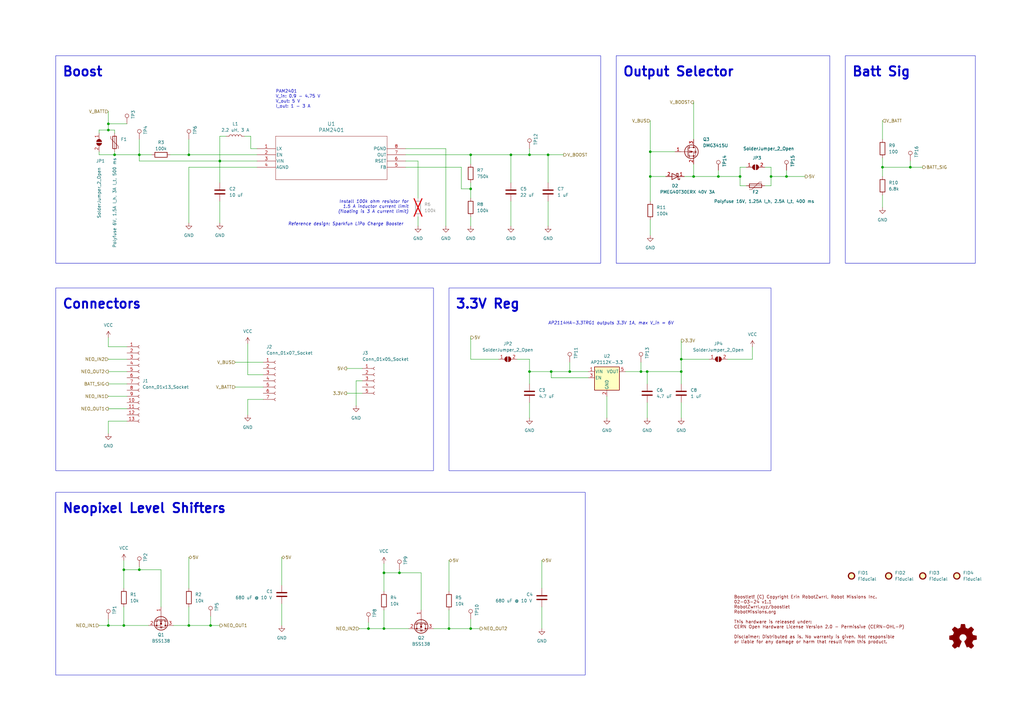
<source format=kicad_sch>
(kicad_sch (version 20230121) (generator eeschema)
  (paper "A3")
  (title_block (title "Boostlet!") (date "02-03-24") (rev "v1.1"))
  (lib_symbols
    (symbol "!EK_Library:PAM2401" (pin_names (offset 0.254))
      (property "Reference" "U" (at 22.86 5.08 0))
      (property "Value" "PAM2401" (at 22.86 2.54 0))
      (symbol "PAM2401_0_1"
        (pin unspecified line (at -7.62 -5.08 0) (length 7.62) (name "LX") (number "1"))
        (pin unspecified line (at -7.62 -7.62 0) (length 7.62) (name "EN") (number "2"))
        (pin input line (at -7.62 -10.16 0) (length 7.62) (name "VIN") (number "3"))
        (pin power_in line (at -7.62 -12.7 0) (length 7.62) (name "AGND") (number "4"))
        (pin unspecified line (at 53.34 -12.7 180) (length 7.62) (name "FB") (number "5"))
        (pin unspecified line (at 53.34 -10.16 180) (length 7.62) (name "RSET") (number "6"))
        (pin output line (at 53.34 -7.62 180) (length 7.62) (name "OUT") (number "7"))
        (pin power_in line (at 53.34 -5.08 180) (length 7.62) (name "PGND") (number "8"))
      )
    )
    (symbol "Connector:Conn_01x05_Socket" (pin_names (offset 1.016) hide)
      (property "Reference" "J" (at 0 7.62 0))
      (property "Value" "Conn_01x05_Socket" (at 0 -7.62 0))
      (symbol "Conn_01x05_Socket_1_1"
        (pin passive line (at -5.08 5.08 0) (length 3.81) (name "Pin_1") (number "1"))
        (pin passive line (at -5.08 2.54 0) (length 3.81) (name "Pin_2") (number "2"))
        (pin passive line (at -5.08 0 0) (length 3.81) (name "Pin_3") (number "3"))
        (pin passive line (at -5.08 -2.54 0) (length 3.81) (name "Pin_4") (number "4"))
        (pin passive line (at -5.08 -5.08 0) (length 3.81) (name "Pin_5") (number "5"))
      )
    )
    (symbol "Connector:Conn_01x07_Socket" (pin_names (offset 1.016) hide)
      (property "Reference" "J" (at 0 10.16 0))
      (property "Value" "Conn_01x07_Socket" (at 0 -10.16 0))
      (symbol "Conn_01x07_Socket_1_1"
        (pin passive line (at -5.08 7.62 0) (length 3.81) (name "Pin_1") (number "1"))
        (pin passive line (at -5.08 5.08 0) (length 3.81) (name "Pin_2") (number "2"))
        (pin passive line (at -5.08 2.54 0) (length 3.81) (name "Pin_3") (number "3"))
        (pin passive line (at -5.08 0 0) (length 3.81) (name "Pin_4") (number "4"))
        (pin passive line (at -5.08 -2.54 0) (length 3.81) (name "Pin_5") (number "5"))
        (pin passive line (at -5.08 -5.08 0) (length 3.81) (name "Pin_6") (number "6"))
        (pin passive line (at -5.08 -7.62 0) (length 3.81) (name "Pin_7") (number "7"))
      )
    )
    (symbol "Connector:Conn_01x13_Socket" (pin_names (offset 1.016) hide)
      (property "Reference" "J" (at 0 17.78 0))
      (property "Value" "Conn_01x13_Socket" (at 0 -17.78 0))
      (symbol "Conn_01x13_Socket_1_1"
        (pin passive line (at -5.08 15.24 0) (length 3.81) (name "Pin_1") (number "1"))
        (pin passive line (at -5.08 -7.62 0) (length 3.81) (name "Pin_10") (number "10"))
        (pin passive line (at -5.08 -10.16 0) (length 3.81) (name "Pin_11") (number "11"))
        (pin passive line (at -5.08 -12.7 0) (length 3.81) (name "Pin_12") (number "12"))
        (pin passive line (at -5.08 -15.24 0) (length 3.81) (name "Pin_13") (number "13"))
        (pin passive line (at -5.08 12.7 0) (length 3.81) (name "Pin_2") (number "2"))
        (pin passive line (at -5.08 10.16 0) (length 3.81) (name "Pin_3") (number "3"))
        (pin passive line (at -5.08 7.62 0) (length 3.81) (name "Pin_4") (number "4"))
        (pin passive line (at -5.08 5.08 0) (length 3.81) (name "Pin_5") (number "5"))
        (pin passive line (at -5.08 2.54 0) (length 3.81) (name "Pin_6") (number "6"))
        (pin passive line (at -5.08 0 0) (length 3.81) (name "Pin_7") (number "7"))
        (pin passive line (at -5.08 -2.54 0) (length 3.81) (name "Pin_8") (number "8"))
        (pin passive line (at -5.08 -5.08 0) (length 3.81) (name "Pin_9") (number "9"))
      )
    )
    (symbol "Connector:TestPoint" (pin_numbers hide) (pin_names (offset 0.762) hide)
      (property "Reference" "TP" (at 0 6.858 0))
      (property "Value" "TestPoint" (at 0 5.08 0))
      (symbol "TestPoint_1_1"
        (pin passive line (at 0 0 90) (length 2.54) (name "1") (number "1"))
      )
    )
    (symbol "Device:C" (pin_numbers hide) (pin_names (offset 0.254))
      (property "Reference" "C" (at 0.635 2.54 0))
      (property "Value" "C" (at 0.635 -2.54 0))
      (symbol "C_1_1"
        (pin passive line (at 0 3.81 270) (length 2.794) (name "~") (number "1"))
        (pin passive line (at 0 -3.81 90) (length 2.794) (name "~") (number "2"))
      )
    )
    (symbol "Device:D_Schottky" (pin_names (offset 1.016) hide)
      (property "Reference" "D" (at 0 2.54 0))
      (property "Value" "D_Schottky" (at 0 -2.54 0))
      (symbol "D_Schottky_1_1"
        (pin passive line (at -3.81 0 0) (length 2.54) (name "K") (number "1"))
        (pin passive line (at 3.81 0 180) (length 2.54) (name "A") (number "2"))
      )
    )
    (symbol "Device:L" (pin_numbers hide) (pin_names (offset 1.016) hide)
      (property "Reference" "L" (at -1.27 0 90))
      (property "Value" "L" (at 1.905 0 90))
      (symbol "L_1_1"
        (pin passive line (at 0 3.81 270) (length 1.27) (name "1") (number "1"))
        (pin passive line (at 0 -3.81 90) (length 1.27) (name "2") (number "2"))
      )
    )
    (symbol "Device:Polyfuse" (pin_numbers hide) (pin_names (offset 0))
      (property "Reference" "F" (at -2.54 0 90))
      (property "Value" "Polyfuse" (at 2.54 0 90))
      (symbol "Polyfuse_1_1"
        (pin passive line (at 0 3.81 270) (length 1.27) (name "~") (number "1"))
        (pin passive line (at 0 -3.81 90) (length 1.27) (name "~") (number "2"))
      )
    )
    (symbol "Device:R" (pin_numbers hide) (pin_names (offset 0))
      (property "Reference" "R" (at 2.032 0 90))
      (property "Value" "R" (at 0 0 90))
      (symbol "R_1_1"
        (pin passive line (at 0 3.81 270) (length 1.27) (name "~") (number "1"))
        (pin passive line (at 0 -3.81 90) (length 1.27) (name "~") (number "2"))
      )
    )
    (symbol "Graphic:Logo_Open_Hardware_Small" (in_bom no) (on_board no))
    (symbol "Jumper:SolderJumper_2_Open" (pin_names (offset 0) hide)
      (property "Reference" "JP" (at 0 2.032 0))
      (property "Value" "SolderJumper_2_Open" (at 0 -2.54 0))
      (symbol "SolderJumper_2_Open_1_1"
        (pin passive line (at -3.81 0 0) (length 2.54) (name "A") (number "1"))
        (pin passive line (at 3.81 0 180) (length 2.54) (name "B") (number "2"))
      )
    )
    (symbol "Mechanical:Fiducial"
      (property "Reference" "FID" (at 0 5.08 0))
      (property "Value" "Fiducial" (at 0 3.175 0))
    )
    (symbol "Regulator_Linear:AP2112K-3.3" (pin_names (offset 0.254))
      (property "Reference" "U" (at -5.08 5.715 0))
      (property "Value" "AP2112K-3.3" (at 0 5.715 0))
      (symbol "AP2112K-3.3_1_1"
        (pin power_in line (at -7.62 2.54 0) (length 2.54) (name "VIN") (number "1"))
        (pin power_in line (at 0 -7.62 90) (length 2.54) (name "GND") (number "2"))
        (pin input line (at -7.62 0 0) (length 2.54) (name "EN") (number "3"))
        (pin no_connect line (at 5.08 0 180) (length 2.54) hide (name "NC") (number "4"))
        (pin power_out line (at 7.62 2.54 180) (length 2.54) (name "VOUT") (number "5"))
      )
    )
    (symbol "Transistor_FET:BSS138" (pin_names hide)
      (property "Reference" "Q" (at 5.08 1.905 0))
      (property "Value" "BSS138" (at 5.08 0 0))
      (symbol "BSS138_1_1"
        (pin input line (at -5.08 0 0) (length 2.54) (name "G") (number "1"))
        (pin passive line (at 2.54 -5.08 90) (length 2.54) (name "S") (number "2"))
        (pin passive line (at 2.54 5.08 270) (length 2.54) (name "D") (number "3"))
      )
    )
    (symbol "Transistor_FET:DMG2301L" (pin_names hide)
      (property "Reference" "Q" (at 5.08 1.905 0))
      (property "Value" "DMG2301L" (at 5.08 0 0))
      (symbol "DMG2301L_1_1"
        (pin input line (at -5.08 0 0) (length 2.54) (name "G") (number "1"))
        (pin passive line (at 2.54 -5.08 90) (length 2.54) (name "S") (number "2"))
        (pin passive line (at 2.54 5.08 270) (length 2.54) (name "D") (number "3"))
      )
    )
    (symbol "power:GND" (power) (pin_names (offset 0))
      (property "Value" "GND" (at 0 -3.81 0))
      (symbol "GND_1_1"
        (pin power_in line (at 0 0 270) (length 0) hide (name "GND") (number "1"))
      )
    )
    (symbol "power:VCC" (power) (pin_names (offset 0))
      (property "Value" "VCC" (at 0 3.81 0))
      (symbol "VCC_1_1"
        (pin power_in line (at 0 0 90) (length 0) hide (name "VCC") (number "1"))
      )
    )
  )
  (junction (at 77.47 256.54))
  (junction (at 50.8 256.54))
  (junction (at 193.04 77.47))
  (junction (at 217.17 63.5))
  (junction (at 233.68 152.4))
  (junction (at 90.17 66.04))
  (junction (at 303.53 72.39))
  (junction (at 57.15 63.5))
  (junction (at 279.4 152.4))
  (junction (at 193.04 63.5))
  (junction (at 184.15 257.81))
  (junction (at 224.79 63.5))
  (junction (at 157.48 234.95))
  (junction (at 373.38 68.58))
  (junction (at 50.8 233.68))
  (junction (at 77.47 63.5))
  (junction (at 262.89 152.4))
  (junction (at 151.13 257.81))
  (junction (at 316.23 72.39))
  (junction (at 46.99 63.5))
  (junction (at 294.64 72.39))
  (junction (at 209.55 63.5))
  (junction (at 44.45 53.34))
  (junction (at 57.15 233.68))
  (junction (at 226.06 152.4))
  (junction (at 322.58 72.39))
  (junction (at 284.48 72.39))
  (junction (at 266.7 62.23))
  (junction (at 44.45 50.8))
  (junction (at 157.48 257.81))
  (junction (at 217.17 152.4))
  (junction (at 266.7 72.39))
  (junction (at 163.83 234.95))
  (junction (at 44.45 256.54))
  (junction (at 279.4 147.32))
  (junction (at 361.95 68.58))
  (junction (at 86.36 256.54))
  (junction (at 265.43 152.4))
  (junction (at 193.04 257.81))
  (wire (pts (xy 40.64 256.54) (xy 44.45 256.54)))
  (wire (pts (xy 262.89 148.59) (xy 262.89 152.4)))
  (wire (pts (xy 266.7 72.39) (xy 273.05 72.39)))
  (wire (pts (xy 77.47 57.15) (xy 77.47 63.5)))
  (wire (pts (xy 217.17 147.32) (xy 217.17 152.4)))
  (wire (pts (xy 50.8 233.68) (xy 50.8 241.3)))
  (wire (pts (xy 248.92 162.56) (xy 248.92 171.45)))
  (wire (pts (xy 157.48 234.95) (xy 163.83 234.95)))
  (wire (pts (xy 166.37 60.96) (xy 182.88 60.96)))
  (wire (pts (xy 224.79 82.55) (xy 224.79 92.71)))
  (wire (pts (xy 66.04 233.68) (xy 66.04 248.92)))
  (wire (pts (xy 57.15 57.15) (xy 57.15 63.5)))
  (wire (pts (xy 265.43 152.4) (xy 265.43 157.48)))
  (wire (pts (xy 71.12 256.54) (xy 77.47 256.54)))
  (wire (pts (xy 284.48 67.31) (xy 284.48 72.39)))
  (wire (pts (xy 44.45 172.72) (xy 52.07 172.72)))
  (wire (pts (xy 101.6 163.83) (xy 101.6 170.18)))
  (wire (pts (xy 266.7 49.53) (xy 266.7 62.23)))
  (wire (pts (xy 294.64 69.85) (xy 294.64 72.39)))
  (wire (pts (xy 101.6 140.97) (xy 101.6 153.67)))
  (wire (pts (xy 262.89 152.4) (xy 265.43 152.4)))
  (wire (pts (xy 44.45 162.56) (xy 52.07 162.56)))
  (wire (pts (xy 163.83 233.68) (xy 163.83 234.95)))
  (wire (pts (xy 193.04 74.93) (xy 193.04 77.47)))
  (wire (pts (xy 77.47 228.6) (xy 77.47 241.3)))
  (wire (pts (xy 163.83 234.95) (xy 172.72 234.95)))
  (wire (pts (xy 222.25 248.92) (xy 222.25 257.81)))
  (wire (pts (xy 166.37 63.5) (xy 193.04 63.5)))
  (wire (pts (xy 146.05 156.21) (xy 146.05 166.37)))
  (wire (pts (xy 361.95 64.77) (xy 361.95 68.58)))
  (wire (pts (xy 316.23 68.58) (xy 316.23 72.39)))
  (wire (pts (xy 50.8 229.87) (xy 50.8 233.68)))
  (wire (pts (xy 233.68 148.59) (xy 233.68 152.4)))
  (wire (pts (xy 77.47 68.58) (xy 77.47 91.44)))
  (wire (pts (xy 157.48 234.95) (xy 157.48 242.57)))
  (wire (pts (xy 142.24 151.13) (xy 148.59 151.13)))
  (wire (pts (xy 361.95 68.58) (xy 361.95 72.39)))
  (wire (pts (xy 151.13 257.81) (xy 157.48 257.81)))
  (wire (pts (xy 46.99 62.23) (xy 46.99 63.5)))
  (wire (pts (xy 44.45 157.48) (xy 52.07 157.48)))
  (wire (pts (xy 40.64 62.23) (xy 40.64 63.5)))
  (wire (pts (xy 217.17 165.1) (xy 217.17 171.45)))
  (wire (pts (xy 265.43 165.1) (xy 265.43 171.45)))
  (wire (pts (xy 115.57 228.6) (xy 115.57 240.03)))
  (wire (pts (xy 276.86 62.23) (xy 266.7 62.23)))
  (wire (pts (xy 193.04 77.47) (xy 193.04 81.28)))
  (wire (pts (xy 226.06 154.94) (xy 226.06 152.4)))
  (wire (pts (xy 279.4 147.32) (xy 290.83 147.32)))
  (wire (pts (xy 361.95 80.01) (xy 361.95 85.09)))
  (wire (pts (xy 303.53 76.2) (xy 303.53 72.39)))
  (wire (pts (xy 147.32 257.81) (xy 151.13 257.81)))
  (wire (pts (xy 57.15 66.04) (xy 57.15 63.5)))
  (wire (pts (xy 361.95 68.58) (xy 373.38 68.58)))
  (wire (pts (xy 373.38 66.04) (xy 373.38 68.58)))
  (wire (pts (xy 44.45 152.4) (xy 52.07 152.4)))
  (wire (pts (xy 316.23 76.2) (xy 313.69 76.2)))
  (wire (pts (xy 96.52 158.75) (xy 107.95 158.75)))
  (wire (pts (xy 44.45 50.8) (xy 52.07 50.8)))
  (wire (pts (xy 241.3 152.4) (xy 233.68 152.4)))
  (wire (pts (xy 209.55 82.55) (xy 209.55 92.71)))
  (wire (pts (xy 44.45 256.54) (xy 50.8 256.54)))
  (wire (pts (xy 77.47 63.5) (xy 105.41 63.5)))
  (wire (pts (xy 57.15 66.04) (xy 90.17 66.04)))
  (wire (pts (xy 57.15 63.5) (xy 62.23 63.5)))
  (wire (pts (xy 44.45 167.64) (xy 52.07 167.64)))
  (wire (pts (xy 102.87 60.96) (xy 102.87 55.88)))
  (wire (pts (xy 157.48 231.14) (xy 157.48 234.95)))
  (wire (pts (xy 279.4 152.4) (xy 279.4 157.48)))
  (wire (pts (xy 46.99 53.34) (xy 44.45 53.34)))
  (wire (pts (xy 217.17 60.96) (xy 217.17 63.5)))
  (wire (pts (xy 322.58 72.39) (xy 330.2 72.39)))
  (wire (pts (xy 193.04 63.5) (xy 209.55 63.5)))
  (wire (pts (xy 209.55 63.5) (xy 209.55 74.93)))
  (wire (pts (xy 50.8 256.54) (xy 60.96 256.54)))
  (wire (pts (xy 69.85 63.5) (xy 77.47 63.5)))
  (wire (pts (xy 115.57 247.65) (xy 115.57 256.54)))
  (wire (pts (xy 50.8 248.92) (xy 50.8 256.54)))
  (wire (pts (xy 44.45 172.72) (xy 44.45 177.8)))
  (wire (pts (xy 86.36 252.73) (xy 86.36 256.54)))
  (wire (pts (xy 217.17 152.4) (xy 217.17 157.48)))
  (wire (pts (xy 44.45 45.72) (xy 44.45 50.8)))
  (wire (pts (xy 77.47 68.58) (xy 105.41 68.58)))
  (wire (pts (xy 184.15 257.81) (xy 184.15 250.19)))
  (wire (pts (xy 157.48 257.81) (xy 167.64 257.81)))
  (wire (pts (xy 361.95 49.53) (xy 361.95 57.15)))
  (wire (pts (xy 212.09 147.32) (xy 217.17 147.32)))
  (wire (pts (xy 166.37 66.04) (xy 171.45 66.04)))
  (wire (pts (xy 166.37 68.58) (xy 189.23 68.58)))
  (wire (pts (xy 193.04 77.47) (xy 189.23 77.47)))
  (wire (pts (xy 184.15 257.81) (xy 193.04 257.81)))
  (wire (pts (xy 217.17 63.5) (xy 224.79 63.5)))
  (wire (pts (xy 222.25 229.87) (xy 222.25 241.3)))
  (wire (pts (xy 57.15 232.41) (xy 57.15 233.68)))
  (wire (pts (xy 50.8 233.68) (xy 57.15 233.68)))
  (wire (pts (xy 107.95 163.83) (xy 101.6 163.83)))
  (wire (pts (xy 308.61 142.24) (xy 308.61 147.32)))
  (wire (pts (xy 77.47 256.54) (xy 77.47 248.92)))
  (wire (pts (xy 193.04 257.81) (xy 196.85 257.81)))
  (wire (pts (xy 193.04 147.32) (xy 193.04 138.43)))
  (wire (pts (xy 100.33 55.88) (xy 102.87 55.88)))
  (wire (pts (xy 189.23 77.47) (xy 189.23 68.58)))
  (wire (pts (xy 90.17 66.04) (xy 90.17 74.93)))
  (wire (pts (xy 157.48 250.19) (xy 157.48 257.81)))
  (wire (pts (xy 193.04 88.9) (xy 193.04 92.71)))
  (wire (pts (xy 90.17 55.88) (xy 90.17 66.04)))
  (wire (pts (xy 96.52 148.59) (xy 107.95 148.59)))
  (wire (pts (xy 294.64 72.39) (xy 303.53 72.39)))
  (wire (pts (xy 177.8 257.81) (xy 184.15 257.81)))
  (wire (pts (xy 279.4 147.32) (xy 279.4 152.4)))
  (wire (pts (xy 182.88 60.96) (xy 182.88 92.71)))
  (wire (pts (xy 44.45 142.24) (xy 44.45 138.43)))
  (wire (pts (xy 224.79 63.5) (xy 231.14 63.5)))
  (wire (pts (xy 280.67 72.39) (xy 284.48 72.39)))
  (wire (pts (xy 90.17 82.55) (xy 90.17 91.44)))
  (wire (pts (xy 373.38 68.58) (xy 378.46 68.58)))
  (wire (pts (xy 77.47 256.54) (xy 86.36 256.54)))
  (wire (pts (xy 40.64 53.34) (xy 44.45 53.34)))
  (wire (pts (xy 90.17 66.04) (xy 105.41 66.04)))
  (wire (pts (xy 184.15 229.87) (xy 184.15 242.57)))
  (wire (pts (xy 142.24 161.29) (xy 148.59 161.29)))
  (wire (pts (xy 226.06 152.4) (xy 233.68 152.4)))
  (wire (pts (xy 46.99 54.61) (xy 46.99 53.34)))
  (wire (pts (xy 284.48 72.39) (xy 294.64 72.39)))
  (wire (pts (xy 256.54 152.4) (xy 262.89 152.4)))
  (wire (pts (xy 146.05 156.21) (xy 148.59 156.21)))
  (wire (pts (xy 57.15 233.68) (xy 66.04 233.68)))
  (wire (pts (xy 171.45 88.9) (xy 171.45 92.71)))
  (wire (pts (xy 322.58 69.85) (xy 322.58 72.39)))
  (wire (pts (xy 172.72 234.95) (xy 172.72 250.19)))
  (wire (pts (xy 44.45 254) (xy 44.45 256.54)))
  (wire (pts (xy 151.13 255.27) (xy 151.13 257.81)))
  (wire (pts (xy 44.45 147.32) (xy 52.07 147.32)))
  (wire (pts (xy 217.17 152.4) (xy 226.06 152.4)))
  (wire (pts (xy 107.95 153.67) (xy 101.6 153.67)))
  (wire (pts (xy 266.7 90.17) (xy 266.7 96.52)))
  (wire (pts (xy 204.47 147.32) (xy 193.04 147.32)))
  (wire (pts (xy 44.45 50.8) (xy 44.45 53.34)))
  (wire (pts (xy 209.55 63.5) (xy 217.17 63.5)))
  (wire (pts (xy 52.07 142.24) (xy 44.45 142.24)))
  (wire (pts (xy 303.53 76.2) (xy 306.07 76.2)))
  (wire (pts (xy 303.53 68.58) (xy 306.07 68.58)))
  (wire (pts (xy 265.43 152.4) (xy 279.4 152.4)))
  (wire (pts (xy 316.23 72.39) (xy 316.23 76.2)))
  (wire (pts (xy 46.99 63.5) (xy 57.15 63.5)))
  (wire (pts (xy 224.79 63.5) (xy 224.79 74.93)))
  (wire (pts (xy 193.04 63.5) (xy 193.04 67.31)))
  (wire (pts (xy 313.69 68.58) (xy 316.23 68.58)))
  (wire (pts (xy 298.45 147.32) (xy 308.61 147.32)))
  (wire (pts (xy 316.23 72.39) (xy 322.58 72.39)))
  (wire (pts (xy 241.3 154.94) (xy 226.06 154.94)))
  (wire (pts (xy 284.48 41.91) (xy 284.48 57.15)))
  (wire (pts (xy 105.41 60.96) (xy 102.87 60.96)))
  (wire (pts (xy 266.7 62.23) (xy 266.7 72.39)))
  (wire (pts (xy 279.4 139.7) (xy 279.4 147.32)))
  (wire (pts (xy 266.7 72.39) (xy 266.7 82.55)))
  (wire (pts (xy 40.64 63.5) (xy 46.99 63.5)))
  (wire (pts (xy 92.71 55.88) (xy 90.17 55.88)))
  (wire (pts (xy 171.45 66.04) (xy 171.45 81.28)))
  (wire (pts (xy 40.64 53.34) (xy 40.64 54.61)))
  (wire (pts (xy 279.4 165.1) (xy 279.4 171.45)))
  (wire (pts (xy 193.04 254) (xy 193.04 257.81)))
  (wire (pts (xy 303.53 72.39) (xy 303.53 68.58)))
  (wire (pts (xy 86.36 256.54) (xy 90.17 256.54)))
  (rectangle (start 22.86 22.86) (end 246.38 107.95))
  (rectangle (start 22.86 201.93) (end 240.03 276.86))
  (rectangle (start 252.73 22.86) (end 340.36 107.95))
  (rectangle (start 22.86 118.11) (end 177.8 193.04))
  (rectangle (start 184.15 118.11) (end 316.23 193.04))
  (rectangle (start 346.71 22.86) (end 400.05 107.95))
  (text "Output Selector" (at 255.27 31.75 0) (effects (font (size 3.81 3.81) (thickness 0.762) bold) (justify left bottom)))
  (text "3.3V Reg" (at 186.69 127 0) (effects (font (size 3.81 3.81) (thickness 0.762) bold) (justify left bottom)))
  (text "Reference design: Sparkfun LiPo Charge Booster" (at 118.11 92.71 0) (effects (font (size 1.27 1.27) italic) (justify left bottom)))
  (text "Boostlet! (C) Copyright Erin RobotZwrrl, Robot Missions Inc.\n02-03-24 v1.1\nRobotZwrrl.xyz/boostlet\nRobotMissions.org\n\nThis hardware is released under:\nCERN Open Hardware License Version 2.0 - Permissive (CERN-OHL-P)\n\nDisclaimer: Distributed as is. No warranty is given. Not responsible \nor liable for any damage or harm that result from this product." (at 300.99 264.16 0) (effects (font (size 1.27 1.27)) (justify left bottom)))
  (text "AP2114HA-3.3TRG1 outputs 3.3V 1A, max V_in = 6V" (at 224.79 133.35 0) (effects (font (size 1.27 1.27) italic) (justify left bottom)))
  (text "Boost" (at 25.4 31.75 0) (effects (font (size 3.81 3.81) (thickness 0.762) bold) (justify left bottom)))
  (text "Neopixel Level Shifters" (at 25.4 210.82 0) (effects (font (size 3.81 3.81) (thickness 0.762) bold) (justify left bottom)))
  (text "Connectors" (at 25.4 127 0) (effects (font (size 3.81 3.81) (thickness 0.762) bold) (justify left bottom)))
  (text "Install 100k ohm resistor for\n1.5 A inductor current limit\n(floating is 3 A current limit)" (at 167.64 87.63 0) (effects (font (size 1.27 1.27) italic) (justify right bottom)))
  (text "PAM2401\nV_in: 0.9 - 4.75 V\nV_out: 5 V\nI_out: 1 - 3 A" (at 113.03 44.45 0) (effects (font (size 1.27 1.27)) (justify left bottom)))
  (text "Batt Sig" (at 349.25 31.75 0) (effects (font (size 3.81 3.81) (thickness 0.762) bold) (justify left bottom)))
  (hierarchical_label "V_BOOST" (shape output) (at 231.14 63.5 0))
  (hierarchical_label "V_BUS" (shape input) (at 96.52 148.59 180))
  (hierarchical_label "NEO_IN1" (shape input) (at 44.45 162.56 180))
  (hierarchical_label "V_BATT" (shape input) (at 44.45 45.72 180))
  (hierarchical_label "V_BOOST" (shape output) (at 284.48 41.91 180))
  (hierarchical_label "5V" (shape bidirectional) (at 77.47 228.6 0))
  (hierarchical_label "BATT_SIG" (shape output) (at 44.45 157.48 180))
  (hierarchical_label "V_BATT" (shape input) (at 361.95 49.53 0))
  (hierarchical_label "NEO_OUT2" (shape output) (at 44.45 152.4 180))
  (hierarchical_label "NEO_IN2" (shape input) (at 44.45 147.32 180))
  (hierarchical_label "V_BATT" (shape input) (at 96.52 158.75 180))
  (hierarchical_label "BATT_SIG" (shape output) (at 378.46 68.58 0))
  (hierarchical_label "5V" (shape output) (at 142.24 151.13 180))
  (hierarchical_label "NEO_OUT1" (shape output) (at 90.17 256.54 0))
  (hierarchical_label "NEO_IN1" (shape input) (at 40.64 256.54 180))
  (hierarchical_label "3.3V" (shape output) (at 279.4 139.7 0))
  (hierarchical_label "V_BUS" (shape input) (at 266.7 49.53 180))
  (hierarchical_label "NEO_IN2" (shape input) (at 147.32 257.81 180))
  (hierarchical_label "5V" (shape bidirectional) (at 184.15 229.87 0))
  (hierarchical_label "5V" (shape bidirectional) (at 115.57 228.6 0))
  (hierarchical_label "5V" (shape bidirectional) (at 222.25 229.87 0))
  (hierarchical_label "NEO_OUT1" (shape output) (at 44.45 167.64 180))
  (hierarchical_label "3.3V" (shape output) (at 142.24 161.29 180))
  (hierarchical_label "5V" (shape output) (at 193.04 138.43 0))
  (hierarchical_label "5V" (shape output) (at 330.2 72.39 0))
  (hierarchical_label "NEO_OUT2" (shape output) (at 196.85 257.81 0))
  (symbol (lib_id "Connector:TestPoint") (at 233.68 148.59 0) (unit 1)
    (property "Reference" "TP11" (at 236.22 144.78 90))
    (property "Value" "TestPoint" (effects hide))
    (property "Footprint" "TestPoint:TestPoint_Pad_D1.5mm" (effects hide))
  )
  (symbol (lib_id "Connector:TestPoint") (at 294.64 69.85 0) (unit 1)
    (property "Reference" "TP14" (at 297.18 66.04 90))
    (property "Value" "TestPoint" (effects hide))
    (property "Footprint" "TestPoint:TestPoint_Pad_D1.5mm" (effects hide))
  )
  (symbol (lib_id "Jumper:SolderJumper_2_Open") (at 208.28 147.32 0) (unit 1)
    (property "Reference" "JP2" (at 208.28 140.97 0))
    (property "Value" "SolderJumper_2_Open" (at 208.28 143.51 0))
    (property "Footprint" "Jumper:SolderJumper-2_P1.3mm_Open_RoundedPad1.0x1.5mm" (effects hide))
  )
  (symbol (lib_id "Device:R") (at 184.15 246.38 0) (unit 1)
    (property "Reference" "R5" (at 186.69 245.11 0) (effects (justify left)))
    (property "Value" "10k" (at 186.69 247.65 0) (effects (justify left)))
    (property "Footprint" "Resistor_SMD:R_1206_3216Metric_Pad1.30x1.75mm_HandSolder" (effects hide))
    (property "Digikey" "RMCF1206FT10K0CT-ND" (effects hide))
  )
  (symbol (lib_id "Device:Polyfuse") (at 309.88 76.2 270) (unit 1)
    (property "Reference" "F2" (at 311.15 78.74 90) (effects (justify right)))
    (property "Value" "Polyfuse 16V, 1.25A I_h, 2.5A I_t, 400 ms" (at 334.01 82.55 90) (effects (justify right)))
    (property "Footprint" "Fuse:Fuse_1812_4532Metric_Pad1.30x3.40mm_HandSolder" (effects hide))
    (property "Digikey" "MINISMDC150F-2CT-ND" (effects hide))
    (property "Digikey2" "F4160CT-ND" (effects hide))
  )
  (symbol (lib_id "Device:D_Schottky") (at 276.86 72.39 180) (unit 1)
    (property "Reference" "D2" (at 276.86 76.2 0))
    (property "Value" "PMEG40T30ERX 40V 3A" (at 281.94 78.74 0))
    (property "Footprint" "Diode_SMD:D_SOD-123" (effects hide))
    (property "Digikey" "1727-7481-1-ND" (effects hide))
    (property "Digikey2" "3757-SBA340AL_R1_00001CT-ND" (effects hide))
  )
  (symbol (lib_id "Device:C") (at 224.79 78.74 0) (unit 1)
    (property "Reference" "C7" (at 228.6 77.47 0) (effects (justify left)))
    (property "Value" "1 uF" (at 228.6 80.01 0) (effects (justify left)))
    (property "Footprint" "Capacitor_SMD:C_1206_3216Metric_Pad1.33x1.80mm_HandSolder" (effects hide))
    (property "Digikey" "1276-3091-1-ND" (effects hide))
  )
  (symbol (lib_id "power:GND") (at 44.45 177.8 0) (unit 1)
    (property "Reference" "#PWR02" (effects hide))
    (property "Value" "GND" (at 44.45 182.88 0))
  )
  (symbol (lib_id "Connector:Conn_01x07_Socket") (at 113.03 156.21 0) (unit 1)
    (property "Reference" "J2" (at 109.22 142.24 0) (effects (justify left)))
    (property "Value" "Conn_01x07_Socket" (at 109.22 144.78 0) (effects (justify left)))
    (property "Footprint" "!EK_Library:Castellated_1x07_P2.54mm" (effects hide))
  )
  (symbol (lib_id "Connector:Conn_01x05_Socket") (at 153.67 156.21 0) (unit 1)
    (property "Reference" "J3" (at 148.59 144.78 0) (effects (justify left)))
    (property "Value" "Conn_01x05_Socket" (at 148.59 147.32 0) (effects (justify left)))
    (property "Footprint" "!EK_Library:Castellated_1x05_P2.54mm" (effects hide))
  )
  (symbol (lib_id "Connector:Conn_01x13_Socket") (at 57.15 157.48 0) (unit 1)
    (property "Reference" "J1" (at 58.42 156.21 0) (effects (justify left)))
    (property "Value" "Conn_01x13_Socket" (at 58.42 158.75 0) (effects (justify left)))
    (property "Footprint" "!EK_Library:Castellated_1x13_P2.54mm" (effects hide))
  )
  (symbol (lib_id "power:GND") (at 248.92 171.45 0) (unit 1)
    (property "Reference" "#PWR016" (effects hide))
    (property "Value" "GND" (at 248.92 176.53 0))
  )
  (symbol (lib_id "Device:R") (at 193.04 71.12 0) (unit 1)
    (property "Reference" "R7" (at 195.58 69.85 0) (effects (justify left)))
    (property "Value" "750k" (at 195.58 72.39 0) (effects (justify left)))
    (property "Footprint" "Resistor_SMD:R_1206_3216Metric_Pad1.30x1.75mm_HandSolder" (effects hide))
    (property "Digikey" "311-750KFRCT-ND" (effects hide))
  )
  (symbol (lib_id "Transistor_FET:BSS138") (at 66.04 254 270) (unit 1)
    (property "Reference" "Q1" (at 66.04 260.35 90))
    (property "Value" "BSS138" (at 66.04 262.89 90))
    (property "Footprint" "Package_TO_SOT_SMD:SOT-23" (effects hide))
    (property "Datasheet" "https://www.onsemi.com/pub/Collateral/BSS138-D.PDF" (effects hide))
    (property "Digikey" "4530-BSS138CT-ND" (effects hide))
  )
  (symbol (lib_id "Connector:TestPoint") (at 86.36 252.73 0) (unit 1)
    (property "Reference" "TP5" (at 88.9 248.92 90))
    (property "Value" "TestPoint" (effects hide))
    (property "Footprint" "TestPoint:TestPoint_Pad_D1.5mm" (effects hide))
  )
  (symbol (lib_id "Device:R") (at 361.95 60.96 0) (unit 1)
    (property "Reference" "R9" (at 364.49 59.69 0) (effects (justify left)))
    (property "Value" "100" (at 364.49 62.23 0) (effects (justify left)))
    (property "Footprint" "Resistor_SMD:R_1206_3216Metric_Pad1.30x1.75mm_HandSolder" (effects hide))
    (property "Digikey" "RMCF1206FG100RCT-ND" (effects hide))
  )
  (symbol (lib_id "Device:C") (at 217.17 161.29 0) (unit 1)
    (property "Reference" "C3" (at 220.98 160.02 0) (effects (justify left)))
    (property "Value" "4.7 uF" (at 220.98 162.56 0) (effects (justify left)))
    (property "Footprint" "Capacitor_SMD:C_1206_3216Metric_Pad1.33x1.80mm_HandSolder" (effects hide))
    (property "Digikey" "1276-3181-1-ND" (effects hide))
  )
  (symbol (lib_id "Connector:TestPoint") (at 44.45 254 0) (unit 1)
    (property "Reference" "TP1" (at 46.99 250.19 90))
    (property "Value" "TestPoint" (effects hide))
    (property "Footprint" "TestPoint:TestPoint_Pad_D1.5mm" (effects hide))
  )
  (symbol (lib_id "Device:R") (at 50.8 245.11 0) (unit 1)
    (property "Reference" "R1" (at 53.34 243.84 0) (effects (justify left)))
    (property "Value" "10k" (at 53.34 246.38 0) (effects (justify left)))
    (property "Footprint" "Resistor_SMD:R_1206_3216Metric_Pad1.30x1.75mm_HandSolder" (effects hide))
    (property "Digikey" "RMCF1206FT10K0CT-ND" (effects hide))
  )
  (symbol (lib_id "Connector:TestPoint") (at 322.58 69.85 0) (unit 1)
    (property "Reference" "TP15" (at 325.12 66.04 90))
    (property "Value" "TestPoint" (effects hide))
    (property "Footprint" "TestPoint:TestPoint_Pad_D1.5mm" (effects hide))
  )
  (symbol (lib_id "power:VCC") (at 157.48 231.14 0) (unit 1)
    (property "Reference" "#PWR010" (effects hide))
    (property "Value" "VCC" (at 157.48 226.06 0))
  )
  (symbol (lib_id "Mechanical:Fiducial") (at 392.43 236.22 0) (unit 1)
    (property "Reference" "FID4" (at 394.97 234.95 0) (effects (justify left)))
    (property "Value" "Fiducial" (at 394.97 237.49 0) (effects (justify left)))
    (property "Footprint" "Fiducial:Fiducial_1mm_Mask2mm" (effects hide))
  )
  (symbol (lib_id "Device:C") (at 90.17 78.74 0) (unit 1)
    (property "Reference" "C2" (at 93.98 77.47 0) (effects (justify left)))
    (property "Value" "10 uF" (at 93.98 80.01 0) (effects (justify left)))
    (property "Footprint" "Capacitor_SMD:C_1206_3216Metric_Pad1.33x1.80mm_HandSolder" (effects hide))
    (property "Digikey" "1276-1075-1-ND" (effects hide))
  )
  (symbol (lib_id "Jumper:SolderJumper_2_Open") (at 309.88 68.58 0) (unit 1)
    (property "Reference" "JP3" (at 308.61 64.77 0) (effects (justify left)))
    (property "Value" "SolderJumper_2_Open" (at 304.8 60.96 0) (effects (justify left)))
    (property "Footprint" "Jumper:SolderJumper-2_P1.3mm_Open_RoundedPad1.0x1.5mm" (effects hide))
  )
  (symbol (lib_id "Regulator_Linear:AP2112K-3.3") (at 248.92 154.94 0) (unit 1)
    (property "Reference" "U2" (at 248.92 146.05 0))
    (property "Value" "AP2112K-3.3" (at 248.92 148.59 0))
    (property "Footprint" "Package_TO_SOT_SMD:SOT-23-5" (effects hide))
    (property "Datasheet" "https://www.diodes.com/assets/Datasheets/AP2112.pdf" (effects hide))
    (property "Digikey" "AP2112K-3.3TRG1DICT-ND" (effects hide))
  )
  (symbol (lib_id "power:GND") (at 222.25 257.81 0) (unit 1)
    (property "Reference" "#PWR013" (effects hide))
    (property "Value" "GND" (at 222.25 262.89 0))
  )
  (symbol (lib_id "power:GND") (at 265.43 171.45 0) (unit 1)
    (property "Reference" "#PWR018" (effects hide))
    (property "Value" "GND" (at 265.43 176.53 0))
  )
  (symbol (lib_id "power:GND") (at 171.45 92.71 0) (unit 1)
    (property "Reference" "#PWR011" (effects hide))
    (property "Value" "GND" (at 171.45 97.79 0))
  )
  (symbol (lib_id "Connector:TestPoint") (at 373.38 66.04 0) (unit 1)
    (property "Reference" "TP16" (at 375.92 62.23 90))
    (property "Value" "TestPoint" (effects hide))
    (property "Footprint" "TestPoint:TestPoint_Pad_D1.5mm" (effects hide))
  )
  (symbol (lib_id "power:VCC") (at 308.61 142.24 0) (unit 1)
    (property "Reference" "#PWR022" (effects hide))
    (property "Value" "VCC" (at 308.61 137.16 0))
  )
  (symbol (lib_id "Connector:TestPoint") (at 262.89 148.59 0) (unit 1)
    (property "Reference" "TP13" (at 265.43 144.78 90))
    (property "Value" "TestPoint" (effects hide))
    (property "Footprint" "TestPoint:TestPoint_Pad_D1.5mm" (effects hide))
  )
  (symbol (lib_id "Connector:TestPoint") (at 217.17 60.96 0) (unit 1)
    (property "Reference" "TP12" (at 219.71 57.15 90))
    (property "Value" "TestPoint" (effects hide))
    (property "Footprint" "TestPoint:TestPoint_Pad_D1.5mm" (effects hide))
  )
  (symbol (lib_id "Connector:TestPoint") (at 77.47 57.15 0) (unit 1)
    (property "Reference" "TP6" (at 80.01 53.34 90))
    (property "Value" "TestPoint" (effects hide))
    (property "Footprint" "TestPoint:TestPoint_Pad_D1.5mm" (effects hide))
  )
  (symbol (lib_id "Device:L") (at 96.52 55.88 90) (unit 1)
    (property "Reference" "L1" (at 96.52 50.8 90))
    (property "Value" "2.2 uH, 3 A" (at 96.52 53.34 90))
    (property "Footprint" "!EK_Library:INDUCTOR_IND_IFSC_1515AH_VIS-M" (effects hide))
    (property "Digikey" "541-1404-1-ND" (effects hide))
  )
  (symbol (lib_id "power:GND") (at 361.95 85.09 0) (unit 1)
    (property "Reference" "#PWR019" (effects hide))
    (property "Value" "GND" (at 361.95 90.17 0))
  )
  (symbol (lib_id "power:GND") (at 224.79 92.71 0) (unit 1)
    (property "Reference" "#PWR020" (effects hide))
    (property "Value" "GND" (at 224.79 97.79 0))
  )
  (symbol (lib_id "Device:R") (at 266.7 86.36 0) (unit 1)
    (property "Reference" "R11" (at 269.24 85.09 0) (effects (justify left)))
    (property "Value" "100k" (at 269.24 87.63 0) (effects (justify left)))
    (property "Footprint" "Resistor_SMD:R_1206_3216Metric_Pad1.30x1.75mm_HandSolder" (effects hide))
    (property "Digikey" "311-100KFRCT-ND" (effects hide))
  )
  (symbol (lib_id "power:GND") (at 146.05 166.37 0) (unit 1)
    (property "Reference" "#PWR09" (effects hide))
    (property "Value" "GND" (at 146.05 171.45 0))
  )
  (symbol (lib_id "Device:Polyfuse") (at 46.99 58.42 180) (unit 1)
    (property "Reference" "F1" (at 49.53 57.15 0) (effects (justify right)))
    (property "Value" "Polyfuse 6V, 1.5A I_h, 3A I_t, 500 ms" (at 46.99 101.6 90) (effects (justify right)))
    (property "Footprint" "Fuse:Fuse_1812_4532Metric_Pad1.30x3.40mm_HandSolder" (effects hide))
    (property "Digikey" "MINISMDC150F-2CT-ND" (effects hide))
    (property "Digikey2" "F4160CT-ND" (effects hide))
  )
  (symbol (lib_id "power:GND") (at 279.4 171.45 0) (unit 1)
    (property "Reference" "#PWR021" (effects hide))
    (property "Value" "GND" (at 279.4 176.53 0))
  )
  (symbol (lib_id "power:GND") (at 90.17 91.44 0) (unit 1)
    (property "Reference" "#PWR08" (effects hide))
    (property "Value" "GND" (at 90.17 96.52 0))
  )
  (symbol (lib_id "Device:C") (at 265.43 161.29 0) (unit 1)
    (property "Reference" "C6" (at 269.24 160.02 0) (effects (justify left)))
    (property "Value" "4.7 uF" (at 269.24 162.56 0) (effects (justify left)))
    (property "Footprint" "Capacitor_SMD:C_1206_3216Metric_Pad1.33x1.80mm_HandSolder" (effects hide))
    (property "Digikey" "1276-3181-1-ND" (effects hide))
  )
  (symbol (lib_id "Device:R") (at 157.48 246.38 0) (unit 1)
    (property "Reference" "R4" (at 160.02 245.11 0) (effects (justify left)))
    (property "Value" "10k" (at 160.02 247.65 0) (effects (justify left)))
    (property "Footprint" "Resistor_SMD:R_1206_3216Metric_Pad1.30x1.75mm_HandSolder" (effects hide))
    (property "Digikey" "RMCF1206FT10K0CT-ND" (effects hide))
  )
  (symbol (lib_id "Device:R") (at 193.04 85.09 0) (unit 1)
    (property "Reference" "R8" (at 195.58 83.82 0) (effects (justify left)))
    (property "Value" "100k" (at 195.58 86.36 0) (effects (justify left)))
    (property "Footprint" "Resistor_SMD:R_1206_3216Metric_Pad1.30x1.75mm_HandSolder" (effects hide))
    (property "Digikey" "311-100KFRCT-ND" (effects hide))
  )
  (symbol (lib_id "power:GND") (at 101.6 170.18 0) (unit 1)
    (property "Reference" "#PWR024" (effects hide))
    (property "Value" "GND" (at 101.6 175.26 0))
  )
  (symbol (lib_id "power:GND") (at 193.04 92.71 0) (unit 1)
    (property "Reference" "#PWR015" (effects hide))
    (property "Value" "GND" (at 193.04 97.79 0))
  )
  (symbol (lib_id "Transistor_FET:BSS138") (at 172.72 255.27 270) (unit 1)
    (property "Reference" "Q2" (at 172.72 261.62 90))
    (property "Value" "BSS138" (at 172.72 264.16 90))
    (property "Footprint" "Package_TO_SOT_SMD:SOT-23" (effects hide))
    (property "Datasheet" "https://www.onsemi.com/pub/Collateral/BSS138-D.PDF" (effects hide))
    (property "Digikey" "4530-BSS138CT-ND" (effects hide))
  )
  (symbol (lib_id "Mechanical:Fiducial") (at 349.25 236.22 0) (unit 1)
    (property "Reference" "FID1" (at 351.79 234.95 0) (effects (justify left)))
    (property "Value" "Fiducial" (at 351.79 237.49 0) (effects (justify left)))
    (property "Footprint" "Fiducial:Fiducial_1mm_Mask2mm" (effects hide))
  )
  (symbol (lib_id "power:GND") (at 182.88 92.71 0) (unit 1)
    (property "Reference" "#PWR014" (effects hide))
    (property "Value" "GND" (at 182.88 97.79 0))
  )
  (symbol (lib_id "Jumper:SolderJumper_2_Open") (at 294.64 147.32 0) (unit 1)
    (property "Reference" "JP4" (at 294.64 140.97 0))
    (property "Value" "SolderJumper_2_Open" (at 294.64 143.51 0))
    (property "Footprint" "Jumper:SolderJumper-2_P1.3mm_Open_RoundedPad1.0x1.5mm" (effects hide))
  )
  (symbol (lib_id "Connector:TestPoint") (at 193.04 254 0) (unit 1)
    (property "Reference" "TP10" (at 195.58 250.19 90))
    (property "Value" "TestPoint" (effects hide))
    (property "Footprint" "TestPoint:TestPoint_Pad_D1.5mm" (effects hide))
  )
  (symbol (lib_id "!EK_Library:PAM2401") (at 113.03 55.88 0) (unit 1)
    (property "Reference" "U1" (at 135.89 50.8 0) (effects (font (size 1.524 1.524))))
    (property "Value" "PAM2401" (at 135.89 53.34 0) (effects (font (size 1.524 1.524))))
    (property "Footprint" "!EK_Library:PAM2401" (effects hide))
    (property "Datasheet" "PAM2401SCADJ" (effects hide))
    (property "Digikey" "PAM2401SCADJDICT-ND" (effects hide))
  )
  (symbol (lib_id "Device:R") (at 171.45 85.09 0) (unit 1) (dnp yes)
    (property "Reference" "R6" (at 173.99 83.82 0) (effects (justify left)))
    (property "Value" "100k" (at 173.99 86.36 0) (effects (justify left)))
    (property "Footprint" "Resistor_SMD:R_1206_3216Metric_Pad1.30x1.75mm_HandSolder" (effects hide))
    (property "Digikey" "311-100KFRCT-ND" (effects hide))
  )
  (symbol (lib_id "Device:C") (at 115.57 243.84 0) (unit 1)
    (property "Reference" "C1" (at 109.22 242.57 0) (effects (justify left)))
    (property "Value" "680 uF @ 10 V" (at 96.52 245.11 0) (effects (justify left)))
    (property "Footprint" "Capacitor_SMD:CP_Elec_10x10" (effects hide))
    (property "Digikey" "399-A765MN687M1ALAE013CT-ND" (effects hide))
    (property "Digikey2" "399-20537-1-ND" (effects hide))
  )
  (symbol (lib_id "power:GND") (at 77.47 91.44 0) (unit 1)
    (property "Reference" "#PWR07" (effects hide))
    (property "Value" "GND" (at 77.47 96.52 0))
  )
  (symbol (lib_id "power:VCC") (at 44.45 138.43 0) (unit 1)
    (property "Reference" "#PWR01" (effects hide))
    (property "Value" "VCC" (at 44.45 133.35 0))
  )
  (symbol (lib_id "Device:R") (at 361.95 76.2 0) (unit 1)
    (property "Reference" "R10" (at 364.49 74.93 0) (effects (justify left)))
    (property "Value" "6.8k" (at 364.49 77.47 0) (effects (justify left)))
    (property "Footprint" "Resistor_SMD:R_1206_3216Metric_Pad1.30x1.75mm_HandSolder" (effects hide))
    (property "Digikey" "738-RMCF1206FT6K80CT-ND" (effects hide))
  )
  (symbol (lib_id "Transistor_FET:DMG2301L") (at 281.94 62.23 0) (unit 1)
    (property "Reference" "Q3" (at 288.29 57.15 0) (effects (justify left)))
    (property "Value" "DMG3415U" (at 288.29 59.69 0) (effects (justify left)))
    (property "Footprint" "Package_TO_SOT_SMD:SOT-23" (effects hide))
    (property "Datasheet" "https://www.diodes.com/assets/Datasheets/DMG2301L.pdf" (effects hide))
    (property "Digikey" "DMG3415UDICT-ND" (effects hide))
  )
  (symbol (lib_id "Device:C") (at 222.25 245.11 0) (unit 1)
    (property "Reference" "C4" (at 215.9 243.84 0) (effects (justify left)))
    (property "Value" "680 uF @ 10 V" (at 203.2 246.38 0) (effects (justify left)))
    (property "Footprint" "Capacitor_SMD:CP_Elec_10x10" (effects hide))
    (property "Digikey" "399-A765MN687M1ALAE013CT-ND" (effects hide))
    (property "Digikey2" "399-20537-1-ND" (effects hide))
  )
  (symbol (lib_id "Connector:TestPoint") (at 163.83 233.68 0) (unit 1)
    (property "Reference" "TP9" (at 166.37 229.87 90))
    (property "Value" "TestPoint" (effects hide))
    (property "Footprint" "TestPoint:TestPoint_Pad_D1.5mm" (effects hide))
  )
  (symbol (lib_id "Jumper:SolderJumper_2_Open") (at 40.64 58.42 270) (unit 1)
    (property "Reference" "JP1" (at 39.37 66.04 90) (effects (justify left)))
    (property "Value" "SolderJumper_2_Open" (at 40.64 68.58 0) (effects (justify left)))
    (property "Footprint" "Jumper:SolderJumper-2_P1.3mm_Open_RoundedPad1.0x1.5mm" (effects hide))
  )
  (symbol (lib_id "Device:C") (at 209.55 78.74 0) (unit 1)
    (property "Reference" "C5" (at 213.36 77.47 0) (effects (justify left)))
    (property "Value" "22 uF" (at 213.36 80.01 0) (effects (justify left)))
    (property "Footprint" "Capacitor_SMD:C_1206_3216Metric_Pad1.33x1.80mm_HandSolder" (effects hide))
    (property "Digikey" "1276-3047-1-ND" (effects hide))
  )
  (symbol (lib_id "Connector:TestPoint") (at 57.15 232.41 0) (unit 1)
    (property "Reference" "TP2" (at 59.69 228.6 90))
    (property "Value" "TestPoint" (effects hide))
    (property "Footprint" "TestPoint:TestPoint_Pad_D1.5mm" (effects hide))
  )
  (symbol (lib_id "Mechanical:Fiducial") (at 378.46 236.22 0) (unit 1)
    (property "Reference" "FID3" (at 381 234.95 0) (effects (justify left)))
    (property "Value" "Fiducial" (at 381 237.49 0) (effects (justify left)))
    (property "Footprint" "Fiducial:Fiducial_1mm_Mask2mm" (effects hide))
  )
  (symbol (lib_id "Connector:TestPoint") (at 52.07 50.8 0) (unit 1)
    (property "Reference" "TP3" (at 54.61 46.99 90))
    (property "Value" "TestPoint" (effects hide))
    (property "Footprint" "TestPoint:TestPoint_Pad_D1.5mm" (effects hide))
  )
  (symbol (lib_id "power:GND") (at 217.17 171.45 0) (unit 1)
    (property "Reference" "#PWR012" (effects hide))
    (property "Value" "GND" (at 217.17 176.53 0))
  )
  (symbol (lib_id "power:VCC") (at 101.6 140.97 0) (unit 1)
    (property "Reference" "#PWR023" (effects hide))
    (property "Value" "VCC" (at 101.6 135.89 0))
  )
  (symbol (lib_id "power:VCC") (at 50.8 229.87 0) (unit 1)
    (property "Reference" "#PWR03" (effects hide))
    (property "Value" "VCC" (at 50.8 224.79 0))
  )
  (symbol (lib_id "power:GND") (at 115.57 256.54 0) (unit 1)
    (property "Reference" "#PWR06" (effects hide))
    (property "Value" "GND" (at 115.57 261.62 0))
  )
  (symbol (lib_id "Graphic:Logo_Open_Hardware_Small") (at 394.97 261.62 0) (unit 1) (in_bom no) (on_board no)
    (property "Reference" "#SYM1" (effects hide))
    (property "Value" "Logo_Open_Hardware_Small" (effects hide))
    (property "Sim.Enable" "0" (effects hide))
  )
  (symbol (lib_id "power:GND") (at 266.7 96.52 0) (unit 1)
    (property "Reference" "#PWR04" (effects hide))
    (property "Value" "GND" (at 266.7 101.6 0))
  )
  (symbol (lib_id "Connector:TestPoint") (at 57.15 57.15 0) (unit 1)
    (property "Reference" "TP4" (at 59.69 53.34 90))
    (property "Value" "TestPoint" (effects hide))
    (property "Footprint" "TestPoint:TestPoint_Pad_D1.5mm" (effects hide))
  )
  (symbol (lib_id "Connector:TestPoint") (at 151.13 255.27 0) (unit 1)
    (property "Reference" "TP8" (at 153.67 251.46 90))
    (property "Value" "TestPoint" (effects hide))
    (property "Footprint" "TestPoint:TestPoint_Pad_D1.5mm" (effects hide))
  )
  (symbol (lib_id "Device:R") (at 66.04 63.5 90) (unit 1)
    (property "Reference" "R3" (at 66.04 58.42 90))
    (property "Value" "100k" (at 66.04 60.96 90))
    (property "Footprint" "Resistor_SMD:R_1206_3216Metric_Pad1.30x1.75mm_HandSolder" (effects hide))
    (property "Digikey" "311-100KFRCT-ND" (effects hide))
  )
  (symbol (lib_id "power:GND") (at 209.55 92.71 0) (unit 1)
    (property "Reference" "#PWR017" (effects hide))
    (property "Value" "GND" (at 209.55 97.79 0))
  )
  (symbol (lib_id "Device:C") (at 279.4 161.29 0) (unit 1)
    (property "Reference" "C8" (at 283.21 160.02 0) (effects (justify left)))
    (property "Value" "1 uF" (at 283.21 162.56 0) (effects (justify left)))
    (property "Footprint" "Capacitor_SMD:C_1206_3216Metric_Pad1.33x1.80mm_HandSolder" (effects hide))
    (property "Digikey" "1276-3091-1-ND" (effects hide))
  )
  (symbol (lib_id "Device:R") (at 77.47 245.11 0) (unit 1)
    (property "Reference" "R2" (at 80.01 243.84 0) (effects (justify left)))
    (property "Value" "10k" (at 80.01 246.38 0) (effects (justify left)))
    (property "Footprint" "Resistor_SMD:R_1206_3216Metric_Pad1.30x1.75mm_HandSolder" (effects hide))
    (property "Digikey" "RMCF1206FT10K0CT-ND" (effects hide))
  )
  (symbol (lib_id "Mechanical:Fiducial") (at 364.49 236.22 0) (unit 1)
    (property "Reference" "FID2" (at 367.03 234.95 0) (effects (justify left)))
    (property "Value" "Fiducial" (at 367.03 237.49 0) (effects (justify left)))
    (property "Footprint" "Fiducial:Fiducial_1mm_Mask2mm" (effects hide))
  )
)
</source>
